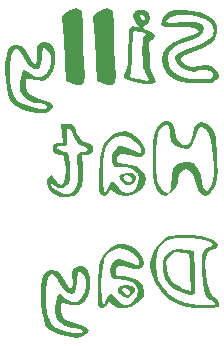
<source format=gbr>
%TF.GenerationSoftware,KiCad,Pcbnew,(6.0.2)*%
%TF.CreationDate,2022-04-24T17:27:09+01:00*%
%TF.ProjectId,Gameboy MBC5 Cart + FRAM,47616d65-626f-4792-904d-424335204361,rev?*%
%TF.SameCoordinates,Original*%
%TF.FileFunction,Legend,Bot*%
%TF.FilePolarity,Positive*%
%FSLAX46Y46*%
G04 Gerber Fmt 4.6, Leading zero omitted, Abs format (unit mm)*
G04 Created by KiCad (PCBNEW (6.0.2)) date 2022-04-24 17:27:09*
%MOMM*%
%LPD*%
G01*
G04 APERTURE LIST*
G04 APERTURE END LIST*
%TO.C,G\u002A\u002A\u002A*%
G36*
X152681948Y-106178399D02*
G01*
X152357789Y-106227371D01*
X151891453Y-106247204D01*
X151342052Y-106239063D01*
X150768698Y-106204114D01*
X150230503Y-106143523D01*
X149786578Y-106058458D01*
X149345779Y-105922919D01*
X148640977Y-105566919D01*
X148059948Y-105045273D01*
X147548687Y-104315931D01*
X147497971Y-104227696D01*
X147138144Y-103460913D01*
X146985877Y-102771610D01*
X147016632Y-102371304D01*
X147477958Y-102371304D01*
X147482080Y-102669484D01*
X147543429Y-103348287D01*
X147700578Y-103885514D01*
X147982011Y-104355944D01*
X148416216Y-104834358D01*
X148699576Y-105094566D01*
X149212564Y-105459272D01*
X149749240Y-105684475D01*
X150067604Y-105766186D01*
X150571726Y-105859966D01*
X151109868Y-105930724D01*
X151625984Y-105974111D01*
X152064028Y-105985778D01*
X152367955Y-105961375D01*
X152481719Y-105896550D01*
X152481285Y-105889430D01*
X152369487Y-105737030D01*
X152119915Y-105568960D01*
X152055396Y-105532949D01*
X151825260Y-105336293D01*
X151655279Y-105039704D01*
X151534062Y-104605711D01*
X151450218Y-103996841D01*
X151392355Y-103175623D01*
X151385964Y-103043904D01*
X151374964Y-102301902D01*
X151426417Y-101765262D01*
X151551233Y-101399344D01*
X151760321Y-101169507D01*
X152064590Y-101041109D01*
X152252912Y-100955525D01*
X152321189Y-100823613D01*
X152301842Y-100783626D01*
X152078418Y-100620351D01*
X151671533Y-100487177D01*
X151134774Y-100387989D01*
X150521727Y-100326672D01*
X149885979Y-100307110D01*
X149281118Y-100333187D01*
X148760730Y-100408788D01*
X148378402Y-100537798D01*
X148156157Y-100675228D01*
X147769100Y-101081848D01*
X147548095Y-101636901D01*
X147477958Y-102371304D01*
X147016632Y-102371304D01*
X147036677Y-102110405D01*
X147286056Y-101427917D01*
X147639359Y-100855668D01*
X148136593Y-100394234D01*
X148378804Y-100245545D01*
X148619838Y-100143710D01*
X148910327Y-100086768D01*
X149317172Y-100061960D01*
X149907274Y-100056526D01*
X150579100Y-100078073D01*
X151309040Y-100154789D01*
X151920863Y-100278252D01*
X152370767Y-100439210D01*
X152614948Y-100628412D01*
X152728092Y-100920475D01*
X152679646Y-101153245D01*
X152473493Y-101245196D01*
X152167875Y-101289985D01*
X151862422Y-101504991D01*
X151690122Y-101907159D01*
X151647216Y-102506958D01*
X151729942Y-103314854D01*
X151732873Y-103333420D01*
X151855466Y-104046472D01*
X151970716Y-104552963D01*
X152093534Y-104894626D01*
X152238830Y-105113193D01*
X152421516Y-105250399D01*
X152462393Y-105274163D01*
X152714151Y-105526426D01*
X152840578Y-105840423D01*
X152832152Y-105896550D01*
X152798922Y-106117887D01*
X152681948Y-106178399D01*
G37*
G36*
X152676388Y-95181005D02*
G01*
X152579763Y-95689900D01*
X152415090Y-96085435D01*
X152175022Y-96409536D01*
X151942433Y-96616977D01*
X151612340Y-96734987D01*
X151320142Y-96606699D01*
X151067260Y-96232969D01*
X150855118Y-95614654D01*
X150809348Y-95447739D01*
X150599613Y-94904225D01*
X150349597Y-94589808D01*
X150047870Y-94488546D01*
X150045075Y-94488550D01*
X149668731Y-94594180D01*
X149434359Y-94898315D01*
X149353640Y-95385857D01*
X149333256Y-95666871D01*
X149210106Y-95983154D01*
X148928221Y-96315344D01*
X148688048Y-96528116D01*
X148318029Y-96713197D01*
X147993029Y-96662195D01*
X147698278Y-96370390D01*
X147419003Y-95833059D01*
X147341836Y-95532726D01*
X147278443Y-95016306D01*
X147239067Y-94368246D01*
X147223863Y-93650475D01*
X147232983Y-92924925D01*
X147235562Y-92873386D01*
X147501999Y-92873386D01*
X147504469Y-93873170D01*
X147506770Y-93984212D01*
X147523325Y-94639117D01*
X147546794Y-95101335D01*
X147586177Y-95421277D01*
X147650474Y-95649353D01*
X147748685Y-95835972D01*
X147889810Y-96031544D01*
X147901471Y-96046724D01*
X148219976Y-96380163D01*
X148479399Y-96486188D01*
X148668707Y-96360143D01*
X148675592Y-96346327D01*
X148727724Y-96132687D01*
X148786355Y-95753027D01*
X148840059Y-95279417D01*
X148880933Y-94909133D01*
X148954090Y-94517920D01*
X149059723Y-94268578D01*
X149218661Y-94095996D01*
X149509382Y-93950229D01*
X149958096Y-93872051D01*
X150413111Y-93899204D01*
X150759948Y-94036136D01*
X150818665Y-94087245D01*
X151064407Y-94448826D01*
X151269559Y-94987294D01*
X151409997Y-95643018D01*
X151480419Y-96005774D01*
X151604512Y-96270472D01*
X151779255Y-96308205D01*
X152020400Y-96131583D01*
X152162960Y-95905222D01*
X152295955Y-95434088D01*
X152368844Y-94817155D01*
X152384839Y-94108875D01*
X152347152Y-93363699D01*
X152258993Y-92636078D01*
X152123576Y-91980462D01*
X151944110Y-91451302D01*
X151723809Y-91103049D01*
X151653768Y-91036113D01*
X151415864Y-90883595D01*
X151222118Y-90925619D01*
X151045323Y-91179813D01*
X150858269Y-91663805D01*
X150743665Y-91991060D01*
X150555437Y-92404455D01*
X150350624Y-92634351D01*
X150085941Y-92720131D01*
X149718100Y-92701178D01*
X149353884Y-92625217D01*
X149000329Y-92427670D01*
X148796446Y-92082246D01*
X148701474Y-91542490D01*
X148672335Y-91267844D01*
X148616362Y-90938179D01*
X148558896Y-90774262D01*
X148404147Y-90748240D01*
X148131248Y-90808055D01*
X147980424Y-90887111D01*
X147778200Y-91127580D01*
X147634178Y-91523505D01*
X147543673Y-92097802D01*
X147501999Y-92873386D01*
X147235562Y-92873386D01*
X147266582Y-92253527D01*
X147324811Y-91698209D01*
X147407826Y-91320903D01*
X147638984Y-90825426D01*
X147964462Y-90475175D01*
X148356726Y-90359482D01*
X148402213Y-90360359D01*
X148728877Y-90451759D01*
X148939876Y-90717761D01*
X149064538Y-91192898D01*
X149206157Y-91764719D01*
X149457030Y-92202038D01*
X149799171Y-92414741D01*
X150007154Y-92444424D01*
X150266508Y-92360481D01*
X150453423Y-92086642D01*
X150596995Y-91592935D01*
X150606788Y-91547666D01*
X150744088Y-91018611D01*
X150893441Y-90693512D01*
X151083555Y-90529724D01*
X151343139Y-90484605D01*
X151425623Y-90488570D01*
X151870276Y-90643820D01*
X152242575Y-90985631D01*
X152479600Y-91460000D01*
X152535431Y-91754681D01*
X152594066Y-92238860D01*
X152646979Y-92839146D01*
X152687211Y-93487560D01*
X152694892Y-93655439D01*
X152704063Y-94108875D01*
X152712314Y-94516826D01*
X152676388Y-95181005D01*
G37*
G36*
X141774434Y-105171025D02*
G01*
X141454421Y-105660216D01*
X141386214Y-105727200D01*
X141139486Y-105920665D01*
X140881529Y-105988376D01*
X140495434Y-105967832D01*
X140325669Y-105947121D01*
X139942062Y-105882149D01*
X139687876Y-105813954D01*
X139566422Y-105784579D01*
X139487849Y-105877152D01*
X139468911Y-106166028D01*
X139475975Y-106437248D01*
X139547121Y-106836781D01*
X139731688Y-107113198D01*
X140074540Y-107318671D01*
X140620536Y-107505377D01*
X140676926Y-107522192D01*
X141139909Y-107678356D01*
X141513421Y-107834159D01*
X141721127Y-107958195D01*
X141725433Y-107962446D01*
X141821277Y-108100963D01*
X141767945Y-108243858D01*
X141539455Y-108463383D01*
X141343934Y-108618021D01*
X141125260Y-108717359D01*
X140838098Y-108742048D01*
X140392862Y-108711473D01*
X139892167Y-108632755D01*
X139236741Y-108440466D01*
X138672598Y-108177586D01*
X138279158Y-107875527D01*
X138139978Y-107619814D01*
X138000643Y-107159217D01*
X137881911Y-106566151D01*
X137793684Y-105901680D01*
X137751048Y-105299970D01*
X138149139Y-105299970D01*
X138179230Y-105954754D01*
X138255636Y-106550199D01*
X138378580Y-107016819D01*
X138412282Y-107102408D01*
X138620235Y-107526796D01*
X138876106Y-107811136D01*
X139246939Y-108010251D01*
X139799779Y-108178966D01*
X140009684Y-108231029D01*
X140651620Y-108352344D01*
X141075118Y-108359235D01*
X141283341Y-108251858D01*
X141283461Y-108251663D01*
X141244785Y-108124249D01*
X141021742Y-108003011D01*
X140679436Y-107912364D01*
X140282975Y-107876723D01*
X140184234Y-107872440D01*
X139810491Y-107757363D01*
X139415258Y-107455299D01*
X139406578Y-107447098D01*
X139127269Y-107143923D01*
X138999389Y-106862417D01*
X138969116Y-106485594D01*
X138982368Y-106210845D01*
X139037296Y-105790652D01*
X139119801Y-105399690D01*
X139213466Y-105111317D01*
X139301870Y-104998890D01*
X139341357Y-105015268D01*
X139530251Y-105149283D01*
X139800835Y-105374260D01*
X139910045Y-105464646D01*
X140358550Y-105705558D01*
X140771227Y-105700804D01*
X141155468Y-105450801D01*
X141271655Y-105313915D01*
X141485771Y-104889847D01*
X141589847Y-104404465D01*
X141581762Y-103928200D01*
X141459397Y-103531478D01*
X141220635Y-103284730D01*
X140907827Y-103128902D01*
X140837339Y-103912933D01*
X140820008Y-104094455D01*
X140754590Y-104559583D01*
X140660587Y-104834504D01*
X140514848Y-104965509D01*
X140294219Y-104998890D01*
X140170532Y-104984399D01*
X139878118Y-104825592D01*
X139569107Y-104472443D01*
X139220137Y-103901073D01*
X139214037Y-103889946D01*
X138964621Y-103486927D01*
X138765201Y-103307179D01*
X138584095Y-103337937D01*
X138389624Y-103566437D01*
X138334535Y-103674473D01*
X138227014Y-104090341D01*
X138165141Y-104655336D01*
X138149139Y-105299970D01*
X137751048Y-105299970D01*
X137745868Y-105226871D01*
X137748366Y-104602790D01*
X137756047Y-104476121D01*
X137843142Y-103798218D01*
X138003322Y-103339385D01*
X138247278Y-103079119D01*
X138585700Y-102996920D01*
X138718887Y-102999522D01*
X139101330Y-103069107D01*
X139371972Y-103274231D01*
X139613942Y-103669249D01*
X139753866Y-103936431D01*
X140028560Y-104377397D01*
X140239046Y-104587321D01*
X140379910Y-104565202D01*
X140445741Y-104310034D01*
X140431125Y-103820813D01*
X140417667Y-103666909D01*
X140405599Y-103228883D01*
X140475728Y-102961954D01*
X140657076Y-102806964D01*
X140978667Y-102704754D01*
X141114069Y-102683147D01*
X141488491Y-102764475D01*
X141761409Y-103062632D01*
X141915642Y-103561902D01*
X141939614Y-103750419D01*
X141939290Y-104404465D01*
X141939233Y-104520469D01*
X141774434Y-105171025D01*
G37*
G36*
X146355452Y-93359886D02*
G01*
X146186113Y-93412487D01*
X145859694Y-93398676D01*
X145365237Y-93284207D01*
X145240219Y-93250398D01*
X144743941Y-93150013D01*
X144431967Y-93169770D01*
X144269962Y-93319431D01*
X144223591Y-93608757D01*
X144225406Y-93724747D01*
X144268244Y-93904442D01*
X144421632Y-93976413D01*
X144755364Y-93990801D01*
X144872227Y-93996245D01*
X145360373Y-94081556D01*
X145823183Y-94236842D01*
X146145149Y-94424683D01*
X146497152Y-94809895D01*
X146638127Y-95254468D01*
X146568553Y-95712653D01*
X146288909Y-96138700D01*
X145799671Y-96486861D01*
X145486280Y-96618798D01*
X144889838Y-96739790D01*
X144368329Y-96674267D01*
X143969509Y-96423873D01*
X143671807Y-96106983D01*
X143505772Y-96423873D01*
X143422193Y-96550772D01*
X143173639Y-96720317D01*
X142919814Y-96690935D01*
X142734608Y-96459235D01*
X142729721Y-96444303D01*
X142697574Y-96190711D01*
X142683003Y-95751698D01*
X142686762Y-95184786D01*
X142687263Y-95170816D01*
X142988823Y-95170816D01*
X143010519Y-95727240D01*
X143070262Y-96115147D01*
X143196228Y-96553078D01*
X143416081Y-96021304D01*
X143488553Y-95862406D01*
X143651903Y-95595158D01*
X143783698Y-95489531D01*
X143862922Y-95522575D01*
X144076826Y-95703702D01*
X144333669Y-95990023D01*
X144372564Y-96037476D01*
X144724497Y-96374242D01*
X145025913Y-96490516D01*
X145051985Y-96490091D01*
X145464841Y-96365803D01*
X145796113Y-96067390D01*
X146008880Y-95663310D01*
X146066220Y-95222017D01*
X145931214Y-94811968D01*
X145908276Y-94778944D01*
X145552031Y-94484493D01*
X145033722Y-94307063D01*
X144418036Y-94269828D01*
X144357446Y-94273427D01*
X144061259Y-94265053D01*
X143908802Y-94159737D01*
X143809146Y-93902645D01*
X143744304Y-93467556D01*
X143855088Y-93000957D01*
X144170349Y-92656647D01*
X144235642Y-92614896D01*
X144406893Y-92534553D01*
X144593165Y-92530090D01*
X144866003Y-92609353D01*
X145296948Y-92780188D01*
X145317050Y-92788434D01*
X145724878Y-92951852D01*
X146032176Y-93067994D01*
X146173788Y-93112191D01*
X146209946Y-93016941D01*
X146202591Y-92768102D01*
X146062306Y-92454607D01*
X145747118Y-92134588D01*
X145331323Y-91862984D01*
X144888459Y-91687597D01*
X144492067Y-91656231D01*
X144093345Y-91762479D01*
X143593455Y-92082759D01*
X143259008Y-92590150D01*
X143201774Y-92767754D01*
X143111650Y-93244343D01*
X143043425Y-93853977D01*
X143001137Y-94521265D01*
X142988823Y-95170816D01*
X142687263Y-95170816D01*
X142709602Y-94547493D01*
X142726945Y-94215084D01*
X142766687Y-93617188D01*
X142815819Y-93187804D01*
X142885066Y-92870290D01*
X142985156Y-92608006D01*
X143126813Y-92344307D01*
X143370772Y-91988903D01*
X143859638Y-91531762D01*
X144404030Y-91287285D01*
X144972032Y-91266914D01*
X145531727Y-91482094D01*
X145737703Y-91622218D01*
X146151319Y-92001575D01*
X146439068Y-92408711D01*
X146581783Y-92799936D01*
X146567725Y-93016941D01*
X146560300Y-93131558D01*
X146355452Y-93359886D01*
G37*
G36*
X138771479Y-86152305D02*
G01*
X138451466Y-86641496D01*
X138383258Y-86708481D01*
X138136531Y-86901946D01*
X137878573Y-86969656D01*
X137492478Y-86949113D01*
X137322713Y-86928402D01*
X136939107Y-86863430D01*
X136684921Y-86795235D01*
X136563467Y-86765860D01*
X136484893Y-86858433D01*
X136465955Y-87147309D01*
X136473019Y-87418529D01*
X136544165Y-87818062D01*
X136728733Y-88094478D01*
X137071584Y-88299952D01*
X137617580Y-88486657D01*
X137673971Y-88503473D01*
X138136953Y-88659637D01*
X138510465Y-88815440D01*
X138718172Y-88939476D01*
X138722477Y-88943727D01*
X138818321Y-89082243D01*
X138764989Y-89225139D01*
X138536499Y-89444664D01*
X138340978Y-89599302D01*
X138122305Y-89698640D01*
X137835143Y-89723329D01*
X137389906Y-89692754D01*
X136889212Y-89614036D01*
X136233785Y-89421747D01*
X135669642Y-89158867D01*
X135276203Y-88856808D01*
X135137023Y-88601095D01*
X134997688Y-88140498D01*
X134878955Y-87547432D01*
X134790728Y-86882961D01*
X134748092Y-86281251D01*
X135146183Y-86281251D01*
X135176274Y-86936035D01*
X135252680Y-87531480D01*
X135375624Y-87998099D01*
X135409326Y-88083689D01*
X135617279Y-88508077D01*
X135873150Y-88792416D01*
X136243984Y-88991532D01*
X136796824Y-89160247D01*
X137006728Y-89212310D01*
X137648664Y-89333625D01*
X138072162Y-89340516D01*
X138280386Y-89233139D01*
X138280506Y-89232944D01*
X138241830Y-89105530D01*
X138018786Y-88984292D01*
X137676480Y-88893645D01*
X137280019Y-88858004D01*
X137181279Y-88853721D01*
X136807536Y-88738644D01*
X136412302Y-88436579D01*
X136403623Y-88428379D01*
X136124313Y-88125204D01*
X135996433Y-87843698D01*
X135966160Y-87466875D01*
X135979413Y-87192126D01*
X136034340Y-86771933D01*
X136116845Y-86380971D01*
X136210510Y-86092598D01*
X136298914Y-85980171D01*
X136338401Y-85996549D01*
X136527296Y-86130564D01*
X136797879Y-86355541D01*
X136907089Y-86445927D01*
X137355594Y-86686839D01*
X137768271Y-86682085D01*
X138152513Y-86432082D01*
X138268699Y-86295196D01*
X138482816Y-85871128D01*
X138586891Y-85385746D01*
X138578806Y-84909480D01*
X138456442Y-84512759D01*
X138217679Y-84266011D01*
X137904871Y-84110183D01*
X137834383Y-84894214D01*
X137817053Y-85075736D01*
X137751635Y-85540864D01*
X137657632Y-85815785D01*
X137511892Y-85946790D01*
X137291264Y-85980171D01*
X137167576Y-85965680D01*
X136875162Y-85806873D01*
X136566152Y-85453724D01*
X136217181Y-84882353D01*
X136211081Y-84871227D01*
X135961666Y-84468208D01*
X135762245Y-84288459D01*
X135581139Y-84319218D01*
X135386668Y-84547717D01*
X135331579Y-84655753D01*
X135224058Y-85071622D01*
X135162186Y-85636617D01*
X135146183Y-86281251D01*
X134748092Y-86281251D01*
X134742912Y-86208152D01*
X134745410Y-85584070D01*
X134753091Y-85457401D01*
X134840186Y-84779499D01*
X135000367Y-84320665D01*
X135244323Y-84060400D01*
X135582744Y-83978201D01*
X135715931Y-83980802D01*
X136098374Y-84050388D01*
X136369016Y-84255512D01*
X136610986Y-84650529D01*
X136750910Y-84917712D01*
X137025605Y-85358677D01*
X137236090Y-85568602D01*
X137376955Y-85546482D01*
X137442785Y-85291314D01*
X137428169Y-84802094D01*
X137414711Y-84648190D01*
X137402644Y-84210164D01*
X137472772Y-83943235D01*
X137654121Y-83788245D01*
X137975712Y-83686035D01*
X138111114Y-83664428D01*
X138485535Y-83745756D01*
X138758453Y-84043913D01*
X138912686Y-84543182D01*
X138936659Y-84731700D01*
X138936335Y-85385746D01*
X138936277Y-85501750D01*
X138771479Y-86152305D01*
G37*
G36*
X141954206Y-93154037D02*
G01*
X141565884Y-93237314D01*
X141191036Y-93237314D01*
X141278115Y-94282682D01*
X141296186Y-94531612D01*
X141302466Y-95316116D01*
X141207370Y-95905842D01*
X141003261Y-96330769D01*
X140682502Y-96620878D01*
X140509797Y-96712229D01*
X139938674Y-96857250D01*
X139362291Y-96805876D01*
X138847793Y-96571782D01*
X138462325Y-96168647D01*
X138451365Y-96150712D01*
X138276042Y-95725879D01*
X138614583Y-95725879D01*
X138704384Y-95964261D01*
X138746344Y-96024011D01*
X138995757Y-96231127D01*
X139342669Y-96412908D01*
X139691916Y-96540639D01*
X140022875Y-96600112D01*
X140275388Y-96527672D01*
X140529853Y-96316811D01*
X140758388Y-96006827D01*
X140896325Y-95576415D01*
X140929646Y-95001770D01*
X140865552Y-94238299D01*
X140830515Y-93918763D01*
X140822200Y-93452418D01*
X140909231Y-93167789D01*
X141109627Y-93025723D01*
X141441409Y-92987068D01*
X141462953Y-92986704D01*
X141673344Y-92913420D01*
X141706629Y-92762026D01*
X141581456Y-92603755D01*
X141316473Y-92509841D01*
X141235422Y-92495615D01*
X141029467Y-92390453D01*
X140826771Y-92151060D01*
X140580652Y-91727821D01*
X140366077Y-91355557D01*
X140180316Y-91087421D01*
X140065592Y-90985097D01*
X140027516Y-91019124D01*
X139980387Y-91233394D01*
X139974048Y-91579432D01*
X139986926Y-91885971D01*
X139982229Y-92229018D01*
X139922163Y-92407787D01*
X139780615Y-92475798D01*
X139531472Y-92486575D01*
X139474044Y-92487616D01*
X139203549Y-92527499D01*
X139093541Y-92607296D01*
X139098148Y-92637154D01*
X139242319Y-92797039D01*
X139515824Y-92930933D01*
X139819683Y-92987068D01*
X139887167Y-92997266D01*
X140038247Y-93138639D01*
X140140538Y-93463218D01*
X140198919Y-93992571D01*
X140218273Y-94748262D01*
X140214577Y-95051412D01*
X140179998Y-95414467D01*
X140092021Y-95652291D01*
X139930058Y-95843090D01*
X139603846Y-96059465D01*
X139237921Y-96083792D01*
X138905162Y-95864133D01*
X138867937Y-95824180D01*
X138678000Y-95674748D01*
X138614583Y-95725879D01*
X138276042Y-95725879D01*
X138264431Y-95697743D01*
X138286235Y-95325321D01*
X138515293Y-95064378D01*
X138708023Y-94990993D01*
X138810047Y-95091280D01*
X138814412Y-95102412D01*
X138943345Y-95315604D01*
X139154998Y-95587707D01*
X139322649Y-95765115D01*
X139481280Y-95838101D01*
X139642264Y-95751671D01*
X139746754Y-95593763D01*
X139831941Y-95183281D01*
X139838521Y-94581925D01*
X139764711Y-93817832D01*
X139740262Y-93651256D01*
X139671624Y-93377450D01*
X139554861Y-93261389D01*
X139342101Y-93237314D01*
X139034857Y-93178162D01*
X138789558Y-92950812D01*
X138739848Y-92587305D01*
X138758241Y-92499695D01*
X138890793Y-92330409D01*
X139196421Y-92259008D01*
X139612110Y-92219125D01*
X139525934Y-91414427D01*
X139439758Y-90609728D01*
X139837929Y-90609728D01*
X140277520Y-90663301D01*
X140600819Y-90864924D01*
X140763686Y-91234099D01*
X140836574Y-91460735D01*
X141083397Y-91843990D01*
X141416465Y-92126337D01*
X141764437Y-92236329D01*
X142014130Y-92305150D01*
X142150882Y-92561105D01*
X142152376Y-92762026D01*
X142153529Y-92917177D01*
X141954206Y-93154037D01*
G37*
G36*
X152680607Y-82946954D02*
G01*
X152501516Y-83440523D01*
X152109753Y-83866506D01*
X151493867Y-84234084D01*
X150642409Y-84552437D01*
X150202839Y-84695721D01*
X149815388Y-84863104D01*
X149635537Y-85024168D01*
X149641374Y-85201743D01*
X149810987Y-85418659D01*
X150064015Y-85621788D01*
X150565406Y-85793515D01*
X151125521Y-85722826D01*
X151176608Y-85707037D01*
X151565463Y-85636278D01*
X151887211Y-85648288D01*
X152138366Y-85742488D01*
X152487266Y-85963519D01*
X152752035Y-86227496D01*
X152857088Y-86470353D01*
X152802939Y-86659862D01*
X152573125Y-86937913D01*
X152231472Y-87150627D01*
X152145331Y-87168627D01*
X151832681Y-87190088D01*
X151371955Y-87196502D01*
X150828418Y-87186214D01*
X150228337Y-87155248D01*
X149751843Y-87096695D01*
X149377577Y-86997807D01*
X149028896Y-86844012D01*
X148774314Y-86691330D01*
X148312745Y-86246380D01*
X148048636Y-85720399D01*
X147982695Y-85159409D01*
X148115628Y-84609429D01*
X148448145Y-84116481D01*
X148980952Y-83726586D01*
X149282531Y-83588782D01*
X149785044Y-83391295D01*
X150299654Y-83216019D01*
X150659926Y-83090191D01*
X150988067Y-82927537D01*
X151105364Y-82789326D01*
X151034545Y-82656503D01*
X150756657Y-82518779D01*
X150310194Y-82427093D01*
X149740104Y-82389794D01*
X149091332Y-82415229D01*
X148916992Y-82430234D01*
X148486893Y-82457106D01*
X148229016Y-82443461D01*
X148084940Y-82381118D01*
X147996241Y-82261895D01*
X147956663Y-82164161D01*
X147967116Y-81979207D01*
X148375832Y-81979207D01*
X148444374Y-82037600D01*
X148655850Y-82063366D01*
X149045568Y-82058614D01*
X149648836Y-82025451D01*
X150033091Y-82002531D01*
X150532667Y-81985859D01*
X150871163Y-82001878D01*
X151104210Y-82054775D01*
X151287439Y-82148734D01*
X151447011Y-82278887D01*
X151584757Y-82561320D01*
X151496810Y-82862314D01*
X151196904Y-83165018D01*
X150698779Y-83452582D01*
X150016168Y-83708157D01*
X149462206Y-83907160D01*
X148921435Y-84217334D01*
X148604863Y-84592261D01*
X148498788Y-85050203D01*
X148589503Y-85609424D01*
X148616391Y-85692240D01*
X148889878Y-86169654D01*
X149338768Y-86505526D01*
X149990491Y-86721631D01*
X150426404Y-86793568D01*
X150987413Y-86841060D01*
X151524809Y-86846964D01*
X151964270Y-86810916D01*
X152231472Y-86732556D01*
X152249617Y-86720374D01*
X152360385Y-86545941D01*
X152282978Y-86358782D01*
X152070938Y-86190163D01*
X151777806Y-86071354D01*
X151457122Y-86033623D01*
X151162429Y-86108236D01*
X150841120Y-86209037D01*
X150342627Y-86185476D01*
X149845880Y-86004614D01*
X149428592Y-85698054D01*
X149168476Y-85297397D01*
X149129066Y-85050827D01*
X149224672Y-84828752D01*
X149485792Y-84620848D01*
X149939079Y-84406172D01*
X150611184Y-84163783D01*
X150684809Y-84138936D01*
X151465793Y-83819086D01*
X152003771Y-83473346D01*
X152304854Y-83094285D01*
X152375150Y-82674474D01*
X152220771Y-82206482D01*
X152059457Y-82014498D01*
X151657225Y-81767448D01*
X151115988Y-81572384D01*
X150500726Y-81441780D01*
X149876421Y-81388109D01*
X149308051Y-81423846D01*
X148860598Y-81561464D01*
X148788254Y-81601500D01*
X148515568Y-81790755D01*
X148379385Y-81949674D01*
X148375832Y-81979207D01*
X147967116Y-81979207D01*
X147976044Y-81821228D01*
X148201270Y-81478753D01*
X148604641Y-81185731D01*
X148769621Y-81109462D01*
X149079266Y-81025248D01*
X149480818Y-80996557D01*
X150052066Y-81014169D01*
X150344613Y-81036181D01*
X151221670Y-81190776D01*
X151903960Y-81462948D01*
X152381748Y-81845670D01*
X152645299Y-82331914D01*
X152668566Y-82674474D01*
X152684880Y-82914654D01*
X152680607Y-82946954D01*
G37*
G36*
X145599945Y-95614654D02*
G01*
X145278292Y-95828887D01*
X144944305Y-95811032D01*
X144593677Y-95546469D01*
X144430848Y-95320513D01*
X144410324Y-95115489D01*
X144737541Y-95115489D01*
X144771760Y-95305609D01*
X144966104Y-95485129D01*
X145182244Y-95587138D01*
X145336780Y-95582170D01*
X145434420Y-95414341D01*
X145436219Y-95240854D01*
X145262469Y-95063554D01*
X144943049Y-94990954D01*
X144867373Y-94998961D01*
X144737541Y-95115489D01*
X144410324Y-95115489D01*
X144403980Y-95052118D01*
X144606064Y-94859861D01*
X145027014Y-94761999D01*
X145188878Y-94755557D01*
X145588369Y-94828841D01*
X145804856Y-95018494D01*
X145814032Y-95240854D01*
X145816120Y-95291453D01*
X145599945Y-95614654D01*
G37*
G36*
X143723098Y-80972685D02*
G01*
X143747607Y-80991145D01*
X143827057Y-81124762D01*
X143877327Y-81383125D01*
X143903777Y-81807953D01*
X143911768Y-82440966D01*
X143915293Y-82809759D01*
X143937430Y-83620603D01*
X143975326Y-84476058D01*
X144023659Y-85242846D01*
X144057238Y-85772935D01*
X144077030Y-86331682D01*
X144075480Y-86770929D01*
X144051571Y-87025851D01*
X144021716Y-87115365D01*
X143815275Y-87323609D01*
X143451460Y-87345871D01*
X142924332Y-87182978D01*
X142508973Y-87009430D01*
X142428826Y-85399973D01*
X142396846Y-84785456D01*
X142352740Y-83997132D01*
X142308200Y-83253688D01*
X142269194Y-82657675D01*
X142189709Y-81524835D01*
X142590634Y-81187478D01*
X142883645Y-80984585D01*
X143324144Y-80857953D01*
X143723098Y-80972685D01*
G37*
G36*
X145474822Y-105124014D02*
G01*
X145153169Y-105338247D01*
X144819181Y-105320392D01*
X144468554Y-105055829D01*
X144305725Y-104829873D01*
X144285201Y-104624849D01*
X144612418Y-104624849D01*
X144646637Y-104814968D01*
X144840980Y-104994488D01*
X145057121Y-105096497D01*
X145211657Y-105091530D01*
X145309297Y-104923701D01*
X145311096Y-104750214D01*
X145137346Y-104572914D01*
X144817925Y-104500314D01*
X144742250Y-104508321D01*
X144612418Y-104624849D01*
X144285201Y-104624849D01*
X144278857Y-104561477D01*
X144480941Y-104369220D01*
X144901891Y-104271359D01*
X145063755Y-104264916D01*
X145463246Y-104338200D01*
X145679733Y-104527854D01*
X145688909Y-104750214D01*
X145690997Y-104800813D01*
X145474822Y-105124014D01*
G37*
G36*
X146230329Y-102869245D02*
G01*
X146060990Y-102921847D01*
X145734571Y-102908035D01*
X145240114Y-102793566D01*
X145115096Y-102759758D01*
X144618818Y-102659372D01*
X144306844Y-102679130D01*
X144144839Y-102828791D01*
X144098467Y-103118116D01*
X144100282Y-103234107D01*
X144143120Y-103413801D01*
X144296509Y-103485772D01*
X144630241Y-103500161D01*
X144747104Y-103505604D01*
X145235250Y-103590915D01*
X145698060Y-103746202D01*
X146020026Y-103934042D01*
X146372028Y-104319255D01*
X146513004Y-104763828D01*
X146443430Y-105222012D01*
X146163786Y-105648059D01*
X145674548Y-105996220D01*
X145361157Y-106128158D01*
X144764715Y-106249150D01*
X144243206Y-106183627D01*
X143844386Y-105933232D01*
X143546684Y-105616342D01*
X143380648Y-105933232D01*
X143297070Y-106060132D01*
X143048516Y-106229677D01*
X142794691Y-106200294D01*
X142609485Y-105968595D01*
X142604598Y-105953662D01*
X142572450Y-105700070D01*
X142557880Y-105261058D01*
X142561639Y-104694145D01*
X142562140Y-104680176D01*
X142863700Y-104680176D01*
X142885396Y-105236600D01*
X142945139Y-105624506D01*
X143071105Y-106062437D01*
X143290958Y-105530664D01*
X143363430Y-105371766D01*
X143526780Y-105104518D01*
X143658575Y-104998890D01*
X143737798Y-105031934D01*
X143951703Y-105213061D01*
X144208546Y-105499383D01*
X144247441Y-105546836D01*
X144599374Y-105883602D01*
X144900790Y-105999876D01*
X144926862Y-105999450D01*
X145339718Y-105875162D01*
X145670990Y-105576750D01*
X145883757Y-105172669D01*
X145941097Y-104731376D01*
X145806090Y-104321327D01*
X145783153Y-104288303D01*
X145426907Y-103993853D01*
X144908599Y-103816423D01*
X144292913Y-103779188D01*
X144232323Y-103782786D01*
X143936136Y-103774412D01*
X143783679Y-103669096D01*
X143684023Y-103412005D01*
X143619180Y-102976915D01*
X143729964Y-102510317D01*
X144045226Y-102166007D01*
X144110519Y-102124255D01*
X144281770Y-102043912D01*
X144468042Y-102039450D01*
X144740880Y-102118713D01*
X145171825Y-102289547D01*
X145191927Y-102297794D01*
X145599755Y-102461212D01*
X145907053Y-102577354D01*
X146048665Y-102621551D01*
X146084823Y-102526301D01*
X146077468Y-102277462D01*
X145937183Y-101963967D01*
X145621995Y-101643947D01*
X145206200Y-101372343D01*
X144763336Y-101196957D01*
X144366944Y-101165590D01*
X143968222Y-101271838D01*
X143468332Y-101592118D01*
X143133884Y-102099509D01*
X143076651Y-102277114D01*
X142986527Y-102753703D01*
X142918302Y-103363336D01*
X142876014Y-104030624D01*
X142863700Y-104680176D01*
X142562140Y-104680176D01*
X142584479Y-104056852D01*
X142601822Y-103724444D01*
X142641564Y-103126547D01*
X142690696Y-102697163D01*
X142759943Y-102379650D01*
X142860032Y-102117365D01*
X143001690Y-101853667D01*
X143245649Y-101498263D01*
X143734514Y-101041121D01*
X144278906Y-100796644D01*
X144846908Y-100776274D01*
X145406603Y-100991453D01*
X145612580Y-101131578D01*
X146026196Y-101510935D01*
X146313944Y-101918071D01*
X146456660Y-102309295D01*
X146442602Y-102526301D01*
X146435177Y-102640917D01*
X146230329Y-102869245D01*
G37*
G36*
X150787363Y-105007293D02*
G01*
X150727307Y-105066070D01*
X150461394Y-105118150D01*
X150074060Y-105058105D01*
X149624579Y-104908277D01*
X149172225Y-104691012D01*
X148776274Y-104428652D01*
X148495999Y-104143543D01*
X148270110Y-103763218D01*
X148056740Y-103065652D01*
X148091449Y-102356380D01*
X148096789Y-102339180D01*
X148375677Y-102339180D01*
X148387876Y-102802278D01*
X148552790Y-103414584D01*
X148655090Y-103674972D01*
X148892879Y-104026045D01*
X149272248Y-104304176D01*
X149415188Y-104383497D01*
X149816851Y-104575530D01*
X150144114Y-104693209D01*
X150496658Y-104780017D01*
X150409136Y-103231572D01*
X150406304Y-103181713D01*
X150370758Y-102594817D01*
X150337542Y-102110913D01*
X150310263Y-101778971D01*
X150292526Y-101647961D01*
X150238662Y-101630071D01*
X149996404Y-101586848D01*
X149631352Y-101537933D01*
X149461942Y-101519562D01*
X149128702Y-101513894D01*
X148900820Y-101593962D01*
X148675960Y-101786377D01*
X148520129Y-101973280D01*
X148375677Y-102339180D01*
X148096789Y-102339180D01*
X148204369Y-101992673D01*
X148480225Y-101576522D01*
X148897293Y-101333084D01*
X149477344Y-101251893D01*
X150242150Y-101322482D01*
X150692730Y-101397015D01*
X150776115Y-103143794D01*
X150785441Y-103350482D01*
X150806540Y-103968653D01*
X150814090Y-104483375D01*
X150808939Y-104780017D01*
X150807796Y-104845852D01*
X150787363Y-105007293D01*
G37*
G36*
X147475439Y-87065620D02*
G01*
X147342000Y-87170911D01*
X147031988Y-87219394D01*
X146604707Y-87216706D01*
X146119463Y-87168480D01*
X145635559Y-87080349D01*
X145212301Y-86957950D01*
X144908993Y-86806915D01*
X144773810Y-86686646D01*
X144770091Y-86551697D01*
X144781594Y-86532103D01*
X145293888Y-86532103D01*
X145334167Y-86640437D01*
X145538075Y-86732191D01*
X145948063Y-86830276D01*
X146006802Y-86842398D01*
X146496798Y-86937520D01*
X146776509Y-86961800D01*
X146877419Y-86898117D01*
X146831010Y-86729354D01*
X146668766Y-86438390D01*
X146532720Y-86186127D01*
X146436234Y-85925574D01*
X146381220Y-85613024D01*
X146356446Y-85182433D01*
X146350684Y-84567760D01*
X146351561Y-84309120D01*
X146364355Y-83773384D01*
X146397056Y-83427528D01*
X146455604Y-83227846D01*
X146545935Y-83130629D01*
X146617352Y-83061383D01*
X146528820Y-82974699D01*
X146220946Y-82865493D01*
X146081747Y-82827490D01*
X145778204Y-82773892D01*
X145619044Y-82790760D01*
X145610143Y-82808586D01*
X145574398Y-83017117D01*
X145536531Y-83414393D01*
X145500540Y-83952229D01*
X145470422Y-84582437D01*
X145463771Y-84742856D01*
X145430428Y-85370677D01*
X145390840Y-85905408D01*
X145349403Y-86294696D01*
X145310515Y-86486187D01*
X145293888Y-86532103D01*
X144781594Y-86532103D01*
X144910829Y-86311972D01*
X144989429Y-86162568D01*
X145061467Y-85913379D01*
X145110057Y-85551489D01*
X145140882Y-85031077D01*
X145159626Y-84306321D01*
X145162180Y-84175422D01*
X145182183Y-83557316D01*
X145211697Y-83034236D01*
X145247168Y-82657921D01*
X145285044Y-82480110D01*
X145451491Y-82385773D01*
X145825155Y-82396013D01*
X145877453Y-82404439D01*
X146124966Y-82435802D01*
X146159417Y-82402269D01*
X146009855Y-82286636D01*
X145819483Y-82108430D01*
X145628511Y-81771720D01*
X145581010Y-81477764D01*
X146120238Y-81477764D01*
X146223051Y-81660399D01*
X146366461Y-81796382D01*
X146533788Y-81835135D01*
X146600930Y-81676809D01*
X146599638Y-81658101D01*
X146490995Y-81491853D01*
X146293092Y-81385203D01*
X146127261Y-81407207D01*
X146120238Y-81477764D01*
X145581010Y-81477764D01*
X145573009Y-81428251D01*
X145678581Y-81164731D01*
X145738008Y-81114736D01*
X146078176Y-80991453D01*
X146467429Y-81010769D01*
X146779678Y-81171867D01*
X146898340Y-81333767D01*
X146981091Y-81676809D01*
X146982895Y-81684288D01*
X146901204Y-82021052D01*
X146663492Y-82249243D01*
X146456472Y-82357891D01*
X146377049Y-82472072D01*
X146514659Y-82586738D01*
X146882457Y-82730827D01*
X147191059Y-82857108D01*
X147368647Y-83010639D01*
X147414231Y-83227462D01*
X147360602Y-83466360D01*
X147163985Y-83542453D01*
X147143114Y-83542859D01*
X147037001Y-83565913D01*
X146972671Y-83657044D01*
X146942496Y-83861730D01*
X146938847Y-84225451D01*
X146954095Y-84793684D01*
X146974966Y-85261493D01*
X147026004Y-85792249D01*
X147109580Y-86171049D01*
X147235623Y-86456535D01*
X147269637Y-86516700D01*
X147416973Y-86829547D01*
X147435506Y-86898117D01*
X147476792Y-87050870D01*
X147475439Y-87065620D01*
G37*
G36*
X141095512Y-80972685D02*
G01*
X141120021Y-80991145D01*
X141199471Y-81124762D01*
X141249741Y-81383125D01*
X141276191Y-81807953D01*
X141284182Y-82440966D01*
X141287707Y-82809759D01*
X141309844Y-83620603D01*
X141347740Y-84476058D01*
X141396073Y-85242846D01*
X141429652Y-85772935D01*
X141449444Y-86331682D01*
X141447893Y-86770929D01*
X141423985Y-87025851D01*
X141394130Y-87115365D01*
X141187689Y-87323609D01*
X140823874Y-87345871D01*
X140296746Y-87182978D01*
X139881387Y-87009430D01*
X139801240Y-85399973D01*
X139769260Y-84785456D01*
X139725154Y-83997132D01*
X139680614Y-83253688D01*
X139641608Y-82657675D01*
X139562123Y-81524835D01*
X139963048Y-81187478D01*
X140256058Y-80984585D01*
X140696557Y-80857953D01*
X141095512Y-80972685D01*
G37*
%TD*%
M02*

</source>
